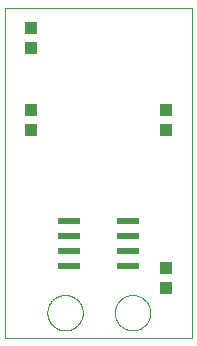
<source format=gbp>
G04 EAGLE Gerber RS-274X export*
G75*
%MOMM*%
%FSLAX34Y34*%
%LPD*%
%INSolder paste bottom*%
%IPPOS*%
%AMOC8*
5,1,8,0,0,1.08239X$1,22.5*%
G01*
%ADD10C,0.000000*%
%ADD11R,1.000000X1.100000*%
%ADD12R,1.100000X1.000000*%
%ADD13R,1.981200X0.558800*%


D10*
X845725Y656175D02*
X845730Y656543D01*
X845743Y656911D01*
X845766Y657278D01*
X845797Y657645D01*
X845838Y658011D01*
X845887Y658376D01*
X845946Y658739D01*
X846013Y659101D01*
X846089Y659462D01*
X846175Y659820D01*
X846268Y660176D01*
X846371Y660529D01*
X846482Y660880D01*
X846602Y661228D01*
X846730Y661573D01*
X846867Y661915D01*
X847012Y662254D01*
X847165Y662588D01*
X847327Y662919D01*
X847496Y663246D01*
X847674Y663568D01*
X847859Y663887D01*
X848052Y664200D01*
X848253Y664509D01*
X848461Y664812D01*
X848677Y665110D01*
X848900Y665403D01*
X849130Y665691D01*
X849367Y665973D01*
X849611Y666248D01*
X849861Y666518D01*
X850118Y666782D01*
X850382Y667039D01*
X850652Y667289D01*
X850927Y667533D01*
X851209Y667770D01*
X851497Y668000D01*
X851790Y668223D01*
X852088Y668439D01*
X852391Y668647D01*
X852700Y668848D01*
X853013Y669041D01*
X853332Y669226D01*
X853654Y669404D01*
X853981Y669573D01*
X854312Y669735D01*
X854646Y669888D01*
X854985Y670033D01*
X855327Y670170D01*
X855672Y670298D01*
X856020Y670418D01*
X856371Y670529D01*
X856724Y670632D01*
X857080Y670725D01*
X857438Y670811D01*
X857799Y670887D01*
X858161Y670954D01*
X858524Y671013D01*
X858889Y671062D01*
X859255Y671103D01*
X859622Y671134D01*
X859989Y671157D01*
X860357Y671170D01*
X860725Y671175D01*
X861093Y671170D01*
X861461Y671157D01*
X861828Y671134D01*
X862195Y671103D01*
X862561Y671062D01*
X862926Y671013D01*
X863289Y670954D01*
X863651Y670887D01*
X864012Y670811D01*
X864370Y670725D01*
X864726Y670632D01*
X865079Y670529D01*
X865430Y670418D01*
X865778Y670298D01*
X866123Y670170D01*
X866465Y670033D01*
X866804Y669888D01*
X867138Y669735D01*
X867469Y669573D01*
X867796Y669404D01*
X868118Y669226D01*
X868437Y669041D01*
X868750Y668848D01*
X869059Y668647D01*
X869362Y668439D01*
X869660Y668223D01*
X869953Y668000D01*
X870241Y667770D01*
X870523Y667533D01*
X870798Y667289D01*
X871068Y667039D01*
X871332Y666782D01*
X871589Y666518D01*
X871839Y666248D01*
X872083Y665973D01*
X872320Y665691D01*
X872550Y665403D01*
X872773Y665110D01*
X872989Y664812D01*
X873197Y664509D01*
X873398Y664200D01*
X873591Y663887D01*
X873776Y663568D01*
X873954Y663246D01*
X874123Y662919D01*
X874285Y662588D01*
X874438Y662254D01*
X874583Y661915D01*
X874720Y661573D01*
X874848Y661228D01*
X874968Y660880D01*
X875079Y660529D01*
X875182Y660176D01*
X875275Y659820D01*
X875361Y659462D01*
X875437Y659101D01*
X875504Y658739D01*
X875563Y658376D01*
X875612Y658011D01*
X875653Y657645D01*
X875684Y657278D01*
X875707Y656911D01*
X875720Y656543D01*
X875725Y656175D01*
X875720Y655807D01*
X875707Y655439D01*
X875684Y655072D01*
X875653Y654705D01*
X875612Y654339D01*
X875563Y653974D01*
X875504Y653611D01*
X875437Y653249D01*
X875361Y652888D01*
X875275Y652530D01*
X875182Y652174D01*
X875079Y651821D01*
X874968Y651470D01*
X874848Y651122D01*
X874720Y650777D01*
X874583Y650435D01*
X874438Y650096D01*
X874285Y649762D01*
X874123Y649431D01*
X873954Y649104D01*
X873776Y648782D01*
X873591Y648463D01*
X873398Y648150D01*
X873197Y647841D01*
X872989Y647538D01*
X872773Y647240D01*
X872550Y646947D01*
X872320Y646659D01*
X872083Y646377D01*
X871839Y646102D01*
X871589Y645832D01*
X871332Y645568D01*
X871068Y645311D01*
X870798Y645061D01*
X870523Y644817D01*
X870241Y644580D01*
X869953Y644350D01*
X869660Y644127D01*
X869362Y643911D01*
X869059Y643703D01*
X868750Y643502D01*
X868437Y643309D01*
X868118Y643124D01*
X867796Y642946D01*
X867469Y642777D01*
X867138Y642615D01*
X866804Y642462D01*
X866465Y642317D01*
X866123Y642180D01*
X865778Y642052D01*
X865430Y641932D01*
X865079Y641821D01*
X864726Y641718D01*
X864370Y641625D01*
X864012Y641539D01*
X863651Y641463D01*
X863289Y641396D01*
X862926Y641337D01*
X862561Y641288D01*
X862195Y641247D01*
X861828Y641216D01*
X861461Y641193D01*
X861093Y641180D01*
X860725Y641175D01*
X860357Y641180D01*
X859989Y641193D01*
X859622Y641216D01*
X859255Y641247D01*
X858889Y641288D01*
X858524Y641337D01*
X858161Y641396D01*
X857799Y641463D01*
X857438Y641539D01*
X857080Y641625D01*
X856724Y641718D01*
X856371Y641821D01*
X856020Y641932D01*
X855672Y642052D01*
X855327Y642180D01*
X854985Y642317D01*
X854646Y642462D01*
X854312Y642615D01*
X853981Y642777D01*
X853654Y642946D01*
X853332Y643124D01*
X853013Y643309D01*
X852700Y643502D01*
X852391Y643703D01*
X852088Y643911D01*
X851790Y644127D01*
X851497Y644350D01*
X851209Y644580D01*
X850927Y644817D01*
X850652Y645061D01*
X850382Y645311D01*
X850118Y645568D01*
X849861Y645832D01*
X849611Y646102D01*
X849367Y646377D01*
X849130Y646659D01*
X848900Y646947D01*
X848677Y647240D01*
X848461Y647538D01*
X848253Y647841D01*
X848052Y648150D01*
X847859Y648463D01*
X847674Y648782D01*
X847496Y649104D01*
X847327Y649431D01*
X847165Y649762D01*
X847012Y650096D01*
X846867Y650435D01*
X846730Y650777D01*
X846602Y651122D01*
X846482Y651470D01*
X846371Y651821D01*
X846268Y652174D01*
X846175Y652530D01*
X846089Y652888D01*
X846013Y653249D01*
X845946Y653611D01*
X845887Y653974D01*
X845838Y654339D01*
X845797Y654705D01*
X845766Y655072D01*
X845743Y655439D01*
X845730Y655807D01*
X845725Y656175D01*
X902875Y656175D02*
X902880Y656543D01*
X902893Y656911D01*
X902916Y657278D01*
X902947Y657645D01*
X902988Y658011D01*
X903037Y658376D01*
X903096Y658739D01*
X903163Y659101D01*
X903239Y659462D01*
X903325Y659820D01*
X903418Y660176D01*
X903521Y660529D01*
X903632Y660880D01*
X903752Y661228D01*
X903880Y661573D01*
X904017Y661915D01*
X904162Y662254D01*
X904315Y662588D01*
X904477Y662919D01*
X904646Y663246D01*
X904824Y663568D01*
X905009Y663887D01*
X905202Y664200D01*
X905403Y664509D01*
X905611Y664812D01*
X905827Y665110D01*
X906050Y665403D01*
X906280Y665691D01*
X906517Y665973D01*
X906761Y666248D01*
X907011Y666518D01*
X907268Y666782D01*
X907532Y667039D01*
X907802Y667289D01*
X908077Y667533D01*
X908359Y667770D01*
X908647Y668000D01*
X908940Y668223D01*
X909238Y668439D01*
X909541Y668647D01*
X909850Y668848D01*
X910163Y669041D01*
X910482Y669226D01*
X910804Y669404D01*
X911131Y669573D01*
X911462Y669735D01*
X911796Y669888D01*
X912135Y670033D01*
X912477Y670170D01*
X912822Y670298D01*
X913170Y670418D01*
X913521Y670529D01*
X913874Y670632D01*
X914230Y670725D01*
X914588Y670811D01*
X914949Y670887D01*
X915311Y670954D01*
X915674Y671013D01*
X916039Y671062D01*
X916405Y671103D01*
X916772Y671134D01*
X917139Y671157D01*
X917507Y671170D01*
X917875Y671175D01*
X918243Y671170D01*
X918611Y671157D01*
X918978Y671134D01*
X919345Y671103D01*
X919711Y671062D01*
X920076Y671013D01*
X920439Y670954D01*
X920801Y670887D01*
X921162Y670811D01*
X921520Y670725D01*
X921876Y670632D01*
X922229Y670529D01*
X922580Y670418D01*
X922928Y670298D01*
X923273Y670170D01*
X923615Y670033D01*
X923954Y669888D01*
X924288Y669735D01*
X924619Y669573D01*
X924946Y669404D01*
X925268Y669226D01*
X925587Y669041D01*
X925900Y668848D01*
X926209Y668647D01*
X926512Y668439D01*
X926810Y668223D01*
X927103Y668000D01*
X927391Y667770D01*
X927673Y667533D01*
X927948Y667289D01*
X928218Y667039D01*
X928482Y666782D01*
X928739Y666518D01*
X928989Y666248D01*
X929233Y665973D01*
X929470Y665691D01*
X929700Y665403D01*
X929923Y665110D01*
X930139Y664812D01*
X930347Y664509D01*
X930548Y664200D01*
X930741Y663887D01*
X930926Y663568D01*
X931104Y663246D01*
X931273Y662919D01*
X931435Y662588D01*
X931588Y662254D01*
X931733Y661915D01*
X931870Y661573D01*
X931998Y661228D01*
X932118Y660880D01*
X932229Y660529D01*
X932332Y660176D01*
X932425Y659820D01*
X932511Y659462D01*
X932587Y659101D01*
X932654Y658739D01*
X932713Y658376D01*
X932762Y658011D01*
X932803Y657645D01*
X932834Y657278D01*
X932857Y656911D01*
X932870Y656543D01*
X932875Y656175D01*
X932870Y655807D01*
X932857Y655439D01*
X932834Y655072D01*
X932803Y654705D01*
X932762Y654339D01*
X932713Y653974D01*
X932654Y653611D01*
X932587Y653249D01*
X932511Y652888D01*
X932425Y652530D01*
X932332Y652174D01*
X932229Y651821D01*
X932118Y651470D01*
X931998Y651122D01*
X931870Y650777D01*
X931733Y650435D01*
X931588Y650096D01*
X931435Y649762D01*
X931273Y649431D01*
X931104Y649104D01*
X930926Y648782D01*
X930741Y648463D01*
X930548Y648150D01*
X930347Y647841D01*
X930139Y647538D01*
X929923Y647240D01*
X929700Y646947D01*
X929470Y646659D01*
X929233Y646377D01*
X928989Y646102D01*
X928739Y645832D01*
X928482Y645568D01*
X928218Y645311D01*
X927948Y645061D01*
X927673Y644817D01*
X927391Y644580D01*
X927103Y644350D01*
X926810Y644127D01*
X926512Y643911D01*
X926209Y643703D01*
X925900Y643502D01*
X925587Y643309D01*
X925268Y643124D01*
X924946Y642946D01*
X924619Y642777D01*
X924288Y642615D01*
X923954Y642462D01*
X923615Y642317D01*
X923273Y642180D01*
X922928Y642052D01*
X922580Y641932D01*
X922229Y641821D01*
X921876Y641718D01*
X921520Y641625D01*
X921162Y641539D01*
X920801Y641463D01*
X920439Y641396D01*
X920076Y641337D01*
X919711Y641288D01*
X919345Y641247D01*
X918978Y641216D01*
X918611Y641193D01*
X918243Y641180D01*
X917875Y641175D01*
X917507Y641180D01*
X917139Y641193D01*
X916772Y641216D01*
X916405Y641247D01*
X916039Y641288D01*
X915674Y641337D01*
X915311Y641396D01*
X914949Y641463D01*
X914588Y641539D01*
X914230Y641625D01*
X913874Y641718D01*
X913521Y641821D01*
X913170Y641932D01*
X912822Y642052D01*
X912477Y642180D01*
X912135Y642317D01*
X911796Y642462D01*
X911462Y642615D01*
X911131Y642777D01*
X910804Y642946D01*
X910482Y643124D01*
X910163Y643309D01*
X909850Y643502D01*
X909541Y643703D01*
X909238Y643911D01*
X908940Y644127D01*
X908647Y644350D01*
X908359Y644580D01*
X908077Y644817D01*
X907802Y645061D01*
X907532Y645311D01*
X907268Y645568D01*
X907011Y645832D01*
X906761Y646102D01*
X906517Y646377D01*
X906280Y646659D01*
X906050Y646947D01*
X905827Y647240D01*
X905611Y647538D01*
X905403Y647841D01*
X905202Y648150D01*
X905009Y648463D01*
X904824Y648782D01*
X904646Y649104D01*
X904477Y649431D01*
X904315Y649762D01*
X904162Y650096D01*
X904017Y650435D01*
X903880Y650777D01*
X903752Y651122D01*
X903632Y651470D01*
X903521Y651821D01*
X903418Y652174D01*
X903325Y652530D01*
X903239Y652888D01*
X903163Y653249D01*
X903096Y653611D01*
X903037Y653974D01*
X902988Y654339D01*
X902947Y654705D01*
X902916Y655072D01*
X902893Y655439D01*
X902880Y655807D01*
X902875Y656175D01*
X968375Y914400D02*
X809625Y914400D01*
X809625Y635000D01*
X968375Y635000D02*
X968375Y914400D01*
X968375Y635000D02*
X809625Y635000D01*
D11*
X831850Y897500D03*
X831850Y880500D03*
X946150Y694300D03*
X946150Y677300D03*
D12*
X946150Y827650D03*
X946150Y810650D03*
X831850Y827650D03*
X831850Y810650D03*
D13*
X864362Y695325D03*
X864362Y708025D03*
X864362Y720725D03*
X864362Y733425D03*
X913638Y733425D03*
X913638Y720725D03*
X913638Y708025D03*
X913638Y695325D03*
M02*

</source>
